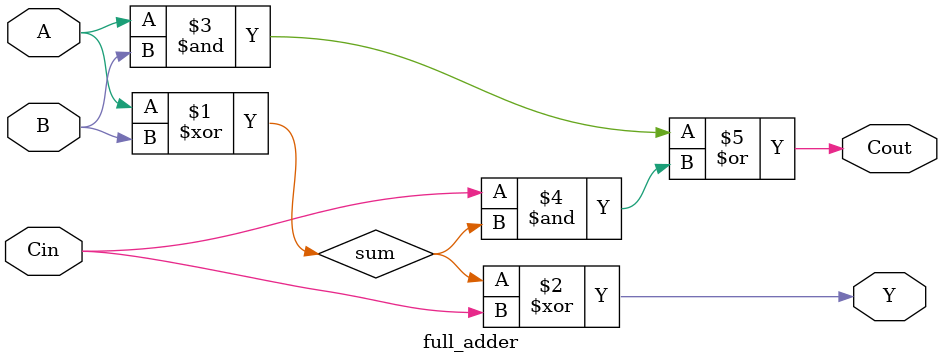
<source format=v>
module full_adder(
    input A, B, Cin,
    output Y, Cout
);
    wire sum;

    assign sum = A ^ B;
    assign Y = sum ^ Cin;

    assign Cout = (A & B) | (Cin & sum);

endmodule

</source>
